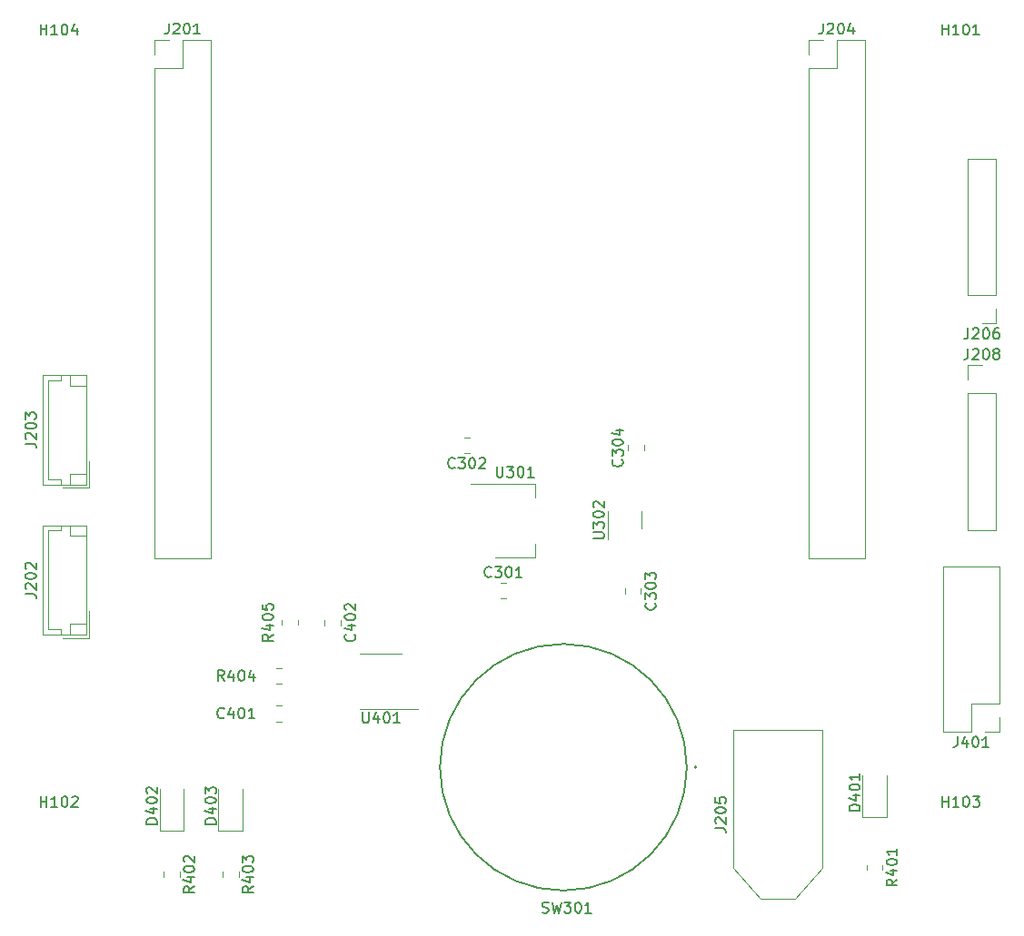
<source format=gbr>
%TF.GenerationSoftware,KiCad,Pcbnew,(6.0.10)*%
%TF.CreationDate,2023-04-26T13:06:59+03:00*%
%TF.ProjectId,KiCAD design,4b694341-4420-4646-9573-69676e2e6b69,rev?*%
%TF.SameCoordinates,Original*%
%TF.FileFunction,Legend,Top*%
%TF.FilePolarity,Positive*%
%FSLAX46Y46*%
G04 Gerber Fmt 4.6, Leading zero omitted, Abs format (unit mm)*
G04 Created by KiCad (PCBNEW (6.0.10)) date 2023-04-26 13:06:59*
%MOMM*%
%LPD*%
G01*
G04 APERTURE LIST*
%ADD10C,0.150000*%
%ADD11C,0.120000*%
%ADD12C,0.200000*%
%ADD13C,0.127000*%
G04 APERTURE END LIST*
D10*
%TO.C,J204*%
X179184285Y-54622380D02*
X179184285Y-55336666D01*
X179136666Y-55479523D01*
X179041428Y-55574761D01*
X178898571Y-55622380D01*
X178803333Y-55622380D01*
X179612857Y-54717619D02*
X179660476Y-54670000D01*
X179755714Y-54622380D01*
X179993809Y-54622380D01*
X180089047Y-54670000D01*
X180136666Y-54717619D01*
X180184285Y-54812857D01*
X180184285Y-54908095D01*
X180136666Y-55050952D01*
X179565238Y-55622380D01*
X180184285Y-55622380D01*
X180803333Y-54622380D02*
X180898571Y-54622380D01*
X180993809Y-54670000D01*
X181041428Y-54717619D01*
X181089047Y-54812857D01*
X181136666Y-55003333D01*
X181136666Y-55241428D01*
X181089047Y-55431904D01*
X181041428Y-55527142D01*
X180993809Y-55574761D01*
X180898571Y-55622380D01*
X180803333Y-55622380D01*
X180708095Y-55574761D01*
X180660476Y-55527142D01*
X180612857Y-55431904D01*
X180565238Y-55241428D01*
X180565238Y-55003333D01*
X180612857Y-54812857D01*
X180660476Y-54717619D01*
X180708095Y-54670000D01*
X180803333Y-54622380D01*
X181993809Y-54955714D02*
X181993809Y-55622380D01*
X181755714Y-54574761D02*
X181517619Y-55289047D01*
X182136666Y-55289047D01*
%TO.C,C402*%
X135537142Y-111619047D02*
X135584761Y-111666666D01*
X135632380Y-111809523D01*
X135632380Y-111904761D01*
X135584761Y-112047619D01*
X135489523Y-112142857D01*
X135394285Y-112190476D01*
X135203809Y-112238095D01*
X135060952Y-112238095D01*
X134870476Y-112190476D01*
X134775238Y-112142857D01*
X134680000Y-112047619D01*
X134632380Y-111904761D01*
X134632380Y-111809523D01*
X134680000Y-111666666D01*
X134727619Y-111619047D01*
X134965714Y-110761904D02*
X135632380Y-110761904D01*
X134584761Y-111000000D02*
X135299047Y-111238095D01*
X135299047Y-110619047D01*
X134632380Y-110047619D02*
X134632380Y-109952380D01*
X134680000Y-109857142D01*
X134727619Y-109809523D01*
X134822857Y-109761904D01*
X135013333Y-109714285D01*
X135251428Y-109714285D01*
X135441904Y-109761904D01*
X135537142Y-109809523D01*
X135584761Y-109857142D01*
X135632380Y-109952380D01*
X135632380Y-110047619D01*
X135584761Y-110142857D01*
X135537142Y-110190476D01*
X135441904Y-110238095D01*
X135251428Y-110285714D01*
X135013333Y-110285714D01*
X134822857Y-110238095D01*
X134727619Y-110190476D01*
X134680000Y-110142857D01*
X134632380Y-110047619D01*
X134727619Y-109333333D02*
X134680000Y-109285714D01*
X134632380Y-109190476D01*
X134632380Y-108952380D01*
X134680000Y-108857142D01*
X134727619Y-108809523D01*
X134822857Y-108761904D01*
X134918095Y-108761904D01*
X135060952Y-108809523D01*
X135632380Y-109380952D01*
X135632380Y-108761904D01*
%TO.C,J401*%
X191719285Y-121132380D02*
X191719285Y-121846666D01*
X191671666Y-121989523D01*
X191576428Y-122084761D01*
X191433571Y-122132380D01*
X191338333Y-122132380D01*
X192624047Y-121465714D02*
X192624047Y-122132380D01*
X192385952Y-121084761D02*
X192147857Y-121799047D01*
X192766904Y-121799047D01*
X193338333Y-121132380D02*
X193433571Y-121132380D01*
X193528809Y-121180000D01*
X193576428Y-121227619D01*
X193624047Y-121322857D01*
X193671666Y-121513333D01*
X193671666Y-121751428D01*
X193624047Y-121941904D01*
X193576428Y-122037142D01*
X193528809Y-122084761D01*
X193433571Y-122132380D01*
X193338333Y-122132380D01*
X193243095Y-122084761D01*
X193195476Y-122037142D01*
X193147857Y-121941904D01*
X193100238Y-121751428D01*
X193100238Y-121513333D01*
X193147857Y-121322857D01*
X193195476Y-121227619D01*
X193243095Y-121180000D01*
X193338333Y-121132380D01*
X194624047Y-122132380D02*
X194052619Y-122132380D01*
X194338333Y-122132380D02*
X194338333Y-121132380D01*
X194243095Y-121275238D01*
X194147857Y-121370476D01*
X194052619Y-121418095D01*
%TO.C,R402*%
X120602380Y-135119047D02*
X120126190Y-135452380D01*
X120602380Y-135690476D02*
X119602380Y-135690476D01*
X119602380Y-135309523D01*
X119650000Y-135214285D01*
X119697619Y-135166666D01*
X119792857Y-135119047D01*
X119935714Y-135119047D01*
X120030952Y-135166666D01*
X120078571Y-135214285D01*
X120126190Y-135309523D01*
X120126190Y-135690476D01*
X119935714Y-134261904D02*
X120602380Y-134261904D01*
X119554761Y-134500000D02*
X120269047Y-134738095D01*
X120269047Y-134119047D01*
X119602380Y-133547619D02*
X119602380Y-133452380D01*
X119650000Y-133357142D01*
X119697619Y-133309523D01*
X119792857Y-133261904D01*
X119983333Y-133214285D01*
X120221428Y-133214285D01*
X120411904Y-133261904D01*
X120507142Y-133309523D01*
X120554761Y-133357142D01*
X120602380Y-133452380D01*
X120602380Y-133547619D01*
X120554761Y-133642857D01*
X120507142Y-133690476D01*
X120411904Y-133738095D01*
X120221428Y-133785714D01*
X119983333Y-133785714D01*
X119792857Y-133738095D01*
X119697619Y-133690476D01*
X119650000Y-133642857D01*
X119602380Y-133547619D01*
X119697619Y-132833333D02*
X119650000Y-132785714D01*
X119602380Y-132690476D01*
X119602380Y-132452380D01*
X119650000Y-132357142D01*
X119697619Y-132309523D01*
X119792857Y-132261904D01*
X119888095Y-132261904D01*
X120030952Y-132309523D01*
X120602380Y-132880952D01*
X120602380Y-132261904D01*
%TO.C,U401*%
X136285714Y-118852380D02*
X136285714Y-119661904D01*
X136333333Y-119757142D01*
X136380952Y-119804761D01*
X136476190Y-119852380D01*
X136666666Y-119852380D01*
X136761904Y-119804761D01*
X136809523Y-119757142D01*
X136857142Y-119661904D01*
X136857142Y-118852380D01*
X137761904Y-119185714D02*
X137761904Y-119852380D01*
X137523809Y-118804761D02*
X137285714Y-119519047D01*
X137904761Y-119519047D01*
X138476190Y-118852380D02*
X138571428Y-118852380D01*
X138666666Y-118900000D01*
X138714285Y-118947619D01*
X138761904Y-119042857D01*
X138809523Y-119233333D01*
X138809523Y-119471428D01*
X138761904Y-119661904D01*
X138714285Y-119757142D01*
X138666666Y-119804761D01*
X138571428Y-119852380D01*
X138476190Y-119852380D01*
X138380952Y-119804761D01*
X138333333Y-119757142D01*
X138285714Y-119661904D01*
X138238095Y-119471428D01*
X138238095Y-119233333D01*
X138285714Y-119042857D01*
X138333333Y-118947619D01*
X138380952Y-118900000D01*
X138476190Y-118852380D01*
X139761904Y-119852380D02*
X139190476Y-119852380D01*
X139476190Y-119852380D02*
X139476190Y-118852380D01*
X139380952Y-118995238D01*
X139285714Y-119090476D01*
X139190476Y-119138095D01*
%TO.C,C401*%
X123380952Y-119357142D02*
X123333333Y-119404761D01*
X123190476Y-119452380D01*
X123095238Y-119452380D01*
X122952380Y-119404761D01*
X122857142Y-119309523D01*
X122809523Y-119214285D01*
X122761904Y-119023809D01*
X122761904Y-118880952D01*
X122809523Y-118690476D01*
X122857142Y-118595238D01*
X122952380Y-118500000D01*
X123095238Y-118452380D01*
X123190476Y-118452380D01*
X123333333Y-118500000D01*
X123380952Y-118547619D01*
X124238095Y-118785714D02*
X124238095Y-119452380D01*
X124000000Y-118404761D02*
X123761904Y-119119047D01*
X124380952Y-119119047D01*
X124952380Y-118452380D02*
X125047619Y-118452380D01*
X125142857Y-118500000D01*
X125190476Y-118547619D01*
X125238095Y-118642857D01*
X125285714Y-118833333D01*
X125285714Y-119071428D01*
X125238095Y-119261904D01*
X125190476Y-119357142D01*
X125142857Y-119404761D01*
X125047619Y-119452380D01*
X124952380Y-119452380D01*
X124857142Y-119404761D01*
X124809523Y-119357142D01*
X124761904Y-119261904D01*
X124714285Y-119071428D01*
X124714285Y-118833333D01*
X124761904Y-118642857D01*
X124809523Y-118547619D01*
X124857142Y-118500000D01*
X124952380Y-118452380D01*
X126238095Y-119452380D02*
X125666666Y-119452380D01*
X125952380Y-119452380D02*
X125952380Y-118452380D01*
X125857142Y-118595238D01*
X125761904Y-118690476D01*
X125666666Y-118738095D01*
%TO.C,J203*%
X104852380Y-93830715D02*
X105566666Y-93830715D01*
X105709523Y-93878334D01*
X105804761Y-93973572D01*
X105852380Y-94116429D01*
X105852380Y-94211667D01*
X104947619Y-93402143D02*
X104900000Y-93354524D01*
X104852380Y-93259286D01*
X104852380Y-93021191D01*
X104900000Y-92925953D01*
X104947619Y-92878334D01*
X105042857Y-92830715D01*
X105138095Y-92830715D01*
X105280952Y-92878334D01*
X105852380Y-93449762D01*
X105852380Y-92830715D01*
X104852380Y-92211667D02*
X104852380Y-92116429D01*
X104900000Y-92021191D01*
X104947619Y-91973572D01*
X105042857Y-91925953D01*
X105233333Y-91878334D01*
X105471428Y-91878334D01*
X105661904Y-91925953D01*
X105757142Y-91973572D01*
X105804761Y-92021191D01*
X105852380Y-92116429D01*
X105852380Y-92211667D01*
X105804761Y-92306905D01*
X105757142Y-92354524D01*
X105661904Y-92402143D01*
X105471428Y-92449762D01*
X105233333Y-92449762D01*
X105042857Y-92402143D01*
X104947619Y-92354524D01*
X104900000Y-92306905D01*
X104852380Y-92211667D01*
X104852380Y-91545001D02*
X104852380Y-90925953D01*
X105233333Y-91259286D01*
X105233333Y-91116429D01*
X105280952Y-91021191D01*
X105328571Y-90973572D01*
X105423809Y-90925953D01*
X105661904Y-90925953D01*
X105757142Y-90973572D01*
X105804761Y-91021191D01*
X105852380Y-91116429D01*
X105852380Y-91402143D01*
X105804761Y-91497381D01*
X105757142Y-91545001D01*
%TO.C,J206*%
X192714285Y-83052380D02*
X192714285Y-83766666D01*
X192666666Y-83909523D01*
X192571428Y-84004761D01*
X192428571Y-84052380D01*
X192333333Y-84052380D01*
X193142857Y-83147619D02*
X193190476Y-83100000D01*
X193285714Y-83052380D01*
X193523809Y-83052380D01*
X193619047Y-83100000D01*
X193666666Y-83147619D01*
X193714285Y-83242857D01*
X193714285Y-83338095D01*
X193666666Y-83480952D01*
X193095238Y-84052380D01*
X193714285Y-84052380D01*
X194333333Y-83052380D02*
X194428571Y-83052380D01*
X194523809Y-83100000D01*
X194571428Y-83147619D01*
X194619047Y-83242857D01*
X194666666Y-83433333D01*
X194666666Y-83671428D01*
X194619047Y-83861904D01*
X194571428Y-83957142D01*
X194523809Y-84004761D01*
X194428571Y-84052380D01*
X194333333Y-84052380D01*
X194238095Y-84004761D01*
X194190476Y-83957142D01*
X194142857Y-83861904D01*
X194095238Y-83671428D01*
X194095238Y-83433333D01*
X194142857Y-83242857D01*
X194190476Y-83147619D01*
X194238095Y-83100000D01*
X194333333Y-83052380D01*
X195523809Y-83052380D02*
X195333333Y-83052380D01*
X195238095Y-83100000D01*
X195190476Y-83147619D01*
X195095238Y-83290476D01*
X195047619Y-83480952D01*
X195047619Y-83861904D01*
X195095238Y-83957142D01*
X195142857Y-84004761D01*
X195238095Y-84052380D01*
X195428571Y-84052380D01*
X195523809Y-84004761D01*
X195571428Y-83957142D01*
X195619047Y-83861904D01*
X195619047Y-83623809D01*
X195571428Y-83528571D01*
X195523809Y-83480952D01*
X195428571Y-83433333D01*
X195238095Y-83433333D01*
X195142857Y-83480952D01*
X195095238Y-83528571D01*
X195047619Y-83623809D01*
%TO.C,C302*%
X144880952Y-96037142D02*
X144833333Y-96084761D01*
X144690476Y-96132380D01*
X144595238Y-96132380D01*
X144452380Y-96084761D01*
X144357142Y-95989523D01*
X144309523Y-95894285D01*
X144261904Y-95703809D01*
X144261904Y-95560952D01*
X144309523Y-95370476D01*
X144357142Y-95275238D01*
X144452380Y-95180000D01*
X144595238Y-95132380D01*
X144690476Y-95132380D01*
X144833333Y-95180000D01*
X144880952Y-95227619D01*
X145214285Y-95132380D02*
X145833333Y-95132380D01*
X145500000Y-95513333D01*
X145642857Y-95513333D01*
X145738095Y-95560952D01*
X145785714Y-95608571D01*
X145833333Y-95703809D01*
X145833333Y-95941904D01*
X145785714Y-96037142D01*
X145738095Y-96084761D01*
X145642857Y-96132380D01*
X145357142Y-96132380D01*
X145261904Y-96084761D01*
X145214285Y-96037142D01*
X146452380Y-95132380D02*
X146547619Y-95132380D01*
X146642857Y-95180000D01*
X146690476Y-95227619D01*
X146738095Y-95322857D01*
X146785714Y-95513333D01*
X146785714Y-95751428D01*
X146738095Y-95941904D01*
X146690476Y-96037142D01*
X146642857Y-96084761D01*
X146547619Y-96132380D01*
X146452380Y-96132380D01*
X146357142Y-96084761D01*
X146309523Y-96037142D01*
X146261904Y-95941904D01*
X146214285Y-95751428D01*
X146214285Y-95513333D01*
X146261904Y-95322857D01*
X146309523Y-95227619D01*
X146357142Y-95180000D01*
X146452380Y-95132380D01*
X147166666Y-95227619D02*
X147214285Y-95180000D01*
X147309523Y-95132380D01*
X147547619Y-95132380D01*
X147642857Y-95180000D01*
X147690476Y-95227619D01*
X147738095Y-95322857D01*
X147738095Y-95418095D01*
X147690476Y-95560952D01*
X147119047Y-96132380D01*
X147738095Y-96132380D01*
%TO.C,C301*%
X148280952Y-106202142D02*
X148233333Y-106249761D01*
X148090476Y-106297380D01*
X147995238Y-106297380D01*
X147852380Y-106249761D01*
X147757142Y-106154523D01*
X147709523Y-106059285D01*
X147661904Y-105868809D01*
X147661904Y-105725952D01*
X147709523Y-105535476D01*
X147757142Y-105440238D01*
X147852380Y-105345000D01*
X147995238Y-105297380D01*
X148090476Y-105297380D01*
X148233333Y-105345000D01*
X148280952Y-105392619D01*
X148614285Y-105297380D02*
X149233333Y-105297380D01*
X148900000Y-105678333D01*
X149042857Y-105678333D01*
X149138095Y-105725952D01*
X149185714Y-105773571D01*
X149233333Y-105868809D01*
X149233333Y-106106904D01*
X149185714Y-106202142D01*
X149138095Y-106249761D01*
X149042857Y-106297380D01*
X148757142Y-106297380D01*
X148661904Y-106249761D01*
X148614285Y-106202142D01*
X149852380Y-105297380D02*
X149947619Y-105297380D01*
X150042857Y-105345000D01*
X150090476Y-105392619D01*
X150138095Y-105487857D01*
X150185714Y-105678333D01*
X150185714Y-105916428D01*
X150138095Y-106106904D01*
X150090476Y-106202142D01*
X150042857Y-106249761D01*
X149947619Y-106297380D01*
X149852380Y-106297380D01*
X149757142Y-106249761D01*
X149709523Y-106202142D01*
X149661904Y-106106904D01*
X149614285Y-105916428D01*
X149614285Y-105678333D01*
X149661904Y-105487857D01*
X149709523Y-105392619D01*
X149757142Y-105345000D01*
X149852380Y-105297380D01*
X151138095Y-106297380D02*
X150566666Y-106297380D01*
X150852380Y-106297380D02*
X150852380Y-105297380D01*
X150757142Y-105440238D01*
X150661904Y-105535476D01*
X150566666Y-105583095D01*
%TO.C,R403*%
X126102380Y-135119047D02*
X125626190Y-135452380D01*
X126102380Y-135690476D02*
X125102380Y-135690476D01*
X125102380Y-135309523D01*
X125150000Y-135214285D01*
X125197619Y-135166666D01*
X125292857Y-135119047D01*
X125435714Y-135119047D01*
X125530952Y-135166666D01*
X125578571Y-135214285D01*
X125626190Y-135309523D01*
X125626190Y-135690476D01*
X125435714Y-134261904D02*
X126102380Y-134261904D01*
X125054761Y-134500000D02*
X125769047Y-134738095D01*
X125769047Y-134119047D01*
X125102380Y-133547619D02*
X125102380Y-133452380D01*
X125150000Y-133357142D01*
X125197619Y-133309523D01*
X125292857Y-133261904D01*
X125483333Y-133214285D01*
X125721428Y-133214285D01*
X125911904Y-133261904D01*
X126007142Y-133309523D01*
X126054761Y-133357142D01*
X126102380Y-133452380D01*
X126102380Y-133547619D01*
X126054761Y-133642857D01*
X126007142Y-133690476D01*
X125911904Y-133738095D01*
X125721428Y-133785714D01*
X125483333Y-133785714D01*
X125292857Y-133738095D01*
X125197619Y-133690476D01*
X125150000Y-133642857D01*
X125102380Y-133547619D01*
X125102380Y-132880952D02*
X125102380Y-132261904D01*
X125483333Y-132595238D01*
X125483333Y-132452380D01*
X125530952Y-132357142D01*
X125578571Y-132309523D01*
X125673809Y-132261904D01*
X125911904Y-132261904D01*
X126007142Y-132309523D01*
X126054761Y-132357142D01*
X126102380Y-132452380D01*
X126102380Y-132738095D01*
X126054761Y-132833333D01*
X126007142Y-132880952D01*
%TO.C,U301*%
X148785714Y-95952380D02*
X148785714Y-96761904D01*
X148833333Y-96857142D01*
X148880952Y-96904761D01*
X148976190Y-96952380D01*
X149166666Y-96952380D01*
X149261904Y-96904761D01*
X149309523Y-96857142D01*
X149357142Y-96761904D01*
X149357142Y-95952380D01*
X149738095Y-95952380D02*
X150357142Y-95952380D01*
X150023809Y-96333333D01*
X150166666Y-96333333D01*
X150261904Y-96380952D01*
X150309523Y-96428571D01*
X150357142Y-96523809D01*
X150357142Y-96761904D01*
X150309523Y-96857142D01*
X150261904Y-96904761D01*
X150166666Y-96952380D01*
X149880952Y-96952380D01*
X149785714Y-96904761D01*
X149738095Y-96857142D01*
X150976190Y-95952380D02*
X151071428Y-95952380D01*
X151166666Y-96000000D01*
X151214285Y-96047619D01*
X151261904Y-96142857D01*
X151309523Y-96333333D01*
X151309523Y-96571428D01*
X151261904Y-96761904D01*
X151214285Y-96857142D01*
X151166666Y-96904761D01*
X151071428Y-96952380D01*
X150976190Y-96952380D01*
X150880952Y-96904761D01*
X150833333Y-96857142D01*
X150785714Y-96761904D01*
X150738095Y-96571428D01*
X150738095Y-96333333D01*
X150785714Y-96142857D01*
X150833333Y-96047619D01*
X150880952Y-96000000D01*
X150976190Y-95952380D01*
X152261904Y-96952380D02*
X151690476Y-96952380D01*
X151976190Y-96952380D02*
X151976190Y-95952380D01*
X151880952Y-96095238D01*
X151785714Y-96190476D01*
X151690476Y-96238095D01*
%TO.C,C303*%
X163537142Y-108694047D02*
X163584761Y-108741666D01*
X163632380Y-108884523D01*
X163632380Y-108979761D01*
X163584761Y-109122619D01*
X163489523Y-109217857D01*
X163394285Y-109265476D01*
X163203809Y-109313095D01*
X163060952Y-109313095D01*
X162870476Y-109265476D01*
X162775238Y-109217857D01*
X162680000Y-109122619D01*
X162632380Y-108979761D01*
X162632380Y-108884523D01*
X162680000Y-108741666D01*
X162727619Y-108694047D01*
X162632380Y-108360714D02*
X162632380Y-107741666D01*
X163013333Y-108075000D01*
X163013333Y-107932142D01*
X163060952Y-107836904D01*
X163108571Y-107789285D01*
X163203809Y-107741666D01*
X163441904Y-107741666D01*
X163537142Y-107789285D01*
X163584761Y-107836904D01*
X163632380Y-107932142D01*
X163632380Y-108217857D01*
X163584761Y-108313095D01*
X163537142Y-108360714D01*
X162632380Y-107122619D02*
X162632380Y-107027380D01*
X162680000Y-106932142D01*
X162727619Y-106884523D01*
X162822857Y-106836904D01*
X163013333Y-106789285D01*
X163251428Y-106789285D01*
X163441904Y-106836904D01*
X163537142Y-106884523D01*
X163584761Y-106932142D01*
X163632380Y-107027380D01*
X163632380Y-107122619D01*
X163584761Y-107217857D01*
X163537142Y-107265476D01*
X163441904Y-107313095D01*
X163251428Y-107360714D01*
X163013333Y-107360714D01*
X162822857Y-107313095D01*
X162727619Y-107265476D01*
X162680000Y-107217857D01*
X162632380Y-107122619D01*
X162632380Y-106455952D02*
X162632380Y-105836904D01*
X163013333Y-106170238D01*
X163013333Y-106027380D01*
X163060952Y-105932142D01*
X163108571Y-105884523D01*
X163203809Y-105836904D01*
X163441904Y-105836904D01*
X163537142Y-105884523D01*
X163584761Y-105932142D01*
X163632380Y-106027380D01*
X163632380Y-106313095D01*
X163584761Y-106408333D01*
X163537142Y-106455952D01*
%TO.C,J208*%
X192714285Y-84962380D02*
X192714285Y-85676666D01*
X192666666Y-85819523D01*
X192571428Y-85914761D01*
X192428571Y-85962380D01*
X192333333Y-85962380D01*
X193142857Y-85057619D02*
X193190476Y-85010000D01*
X193285714Y-84962380D01*
X193523809Y-84962380D01*
X193619047Y-85010000D01*
X193666666Y-85057619D01*
X193714285Y-85152857D01*
X193714285Y-85248095D01*
X193666666Y-85390952D01*
X193095238Y-85962380D01*
X193714285Y-85962380D01*
X194333333Y-84962380D02*
X194428571Y-84962380D01*
X194523809Y-85010000D01*
X194571428Y-85057619D01*
X194619047Y-85152857D01*
X194666666Y-85343333D01*
X194666666Y-85581428D01*
X194619047Y-85771904D01*
X194571428Y-85867142D01*
X194523809Y-85914761D01*
X194428571Y-85962380D01*
X194333333Y-85962380D01*
X194238095Y-85914761D01*
X194190476Y-85867142D01*
X194142857Y-85771904D01*
X194095238Y-85581428D01*
X194095238Y-85343333D01*
X194142857Y-85152857D01*
X194190476Y-85057619D01*
X194238095Y-85010000D01*
X194333333Y-84962380D01*
X195238095Y-85390952D02*
X195142857Y-85343333D01*
X195095238Y-85295714D01*
X195047619Y-85200476D01*
X195047619Y-85152857D01*
X195095238Y-85057619D01*
X195142857Y-85010000D01*
X195238095Y-84962380D01*
X195428571Y-84962380D01*
X195523809Y-85010000D01*
X195571428Y-85057619D01*
X195619047Y-85152857D01*
X195619047Y-85200476D01*
X195571428Y-85295714D01*
X195523809Y-85343333D01*
X195428571Y-85390952D01*
X195238095Y-85390952D01*
X195142857Y-85438571D01*
X195095238Y-85486190D01*
X195047619Y-85581428D01*
X195047619Y-85771904D01*
X195095238Y-85867142D01*
X195142857Y-85914761D01*
X195238095Y-85962380D01*
X195428571Y-85962380D01*
X195523809Y-85914761D01*
X195571428Y-85867142D01*
X195619047Y-85771904D01*
X195619047Y-85581428D01*
X195571428Y-85486190D01*
X195523809Y-85438571D01*
X195428571Y-85390952D01*
%TO.C,D402*%
X117132380Y-129290476D02*
X116132380Y-129290476D01*
X116132380Y-129052380D01*
X116180000Y-128909523D01*
X116275238Y-128814285D01*
X116370476Y-128766666D01*
X116560952Y-128719047D01*
X116703809Y-128719047D01*
X116894285Y-128766666D01*
X116989523Y-128814285D01*
X117084761Y-128909523D01*
X117132380Y-129052380D01*
X117132380Y-129290476D01*
X116465714Y-127861904D02*
X117132380Y-127861904D01*
X116084761Y-128100000D02*
X116799047Y-128338095D01*
X116799047Y-127719047D01*
X116132380Y-127147619D02*
X116132380Y-127052380D01*
X116180000Y-126957142D01*
X116227619Y-126909523D01*
X116322857Y-126861904D01*
X116513333Y-126814285D01*
X116751428Y-126814285D01*
X116941904Y-126861904D01*
X117037142Y-126909523D01*
X117084761Y-126957142D01*
X117132380Y-127052380D01*
X117132380Y-127147619D01*
X117084761Y-127242857D01*
X117037142Y-127290476D01*
X116941904Y-127338095D01*
X116751428Y-127385714D01*
X116513333Y-127385714D01*
X116322857Y-127338095D01*
X116227619Y-127290476D01*
X116180000Y-127242857D01*
X116132380Y-127147619D01*
X116227619Y-126433333D02*
X116180000Y-126385714D01*
X116132380Y-126290476D01*
X116132380Y-126052380D01*
X116180000Y-125957142D01*
X116227619Y-125909523D01*
X116322857Y-125861904D01*
X116418095Y-125861904D01*
X116560952Y-125909523D01*
X117132380Y-126480952D01*
X117132380Y-125861904D01*
%TO.C,H104*%
X106285714Y-55702380D02*
X106285714Y-54702380D01*
X106285714Y-55178571D02*
X106857142Y-55178571D01*
X106857142Y-55702380D02*
X106857142Y-54702380D01*
X107857142Y-55702380D02*
X107285714Y-55702380D01*
X107571428Y-55702380D02*
X107571428Y-54702380D01*
X107476190Y-54845238D01*
X107380952Y-54940476D01*
X107285714Y-54988095D01*
X108476190Y-54702380D02*
X108571428Y-54702380D01*
X108666666Y-54750000D01*
X108714285Y-54797619D01*
X108761904Y-54892857D01*
X108809523Y-55083333D01*
X108809523Y-55321428D01*
X108761904Y-55511904D01*
X108714285Y-55607142D01*
X108666666Y-55654761D01*
X108571428Y-55702380D01*
X108476190Y-55702380D01*
X108380952Y-55654761D01*
X108333333Y-55607142D01*
X108285714Y-55511904D01*
X108238095Y-55321428D01*
X108238095Y-55083333D01*
X108285714Y-54892857D01*
X108333333Y-54797619D01*
X108380952Y-54750000D01*
X108476190Y-54702380D01*
X109666666Y-55035714D02*
X109666666Y-55702380D01*
X109428571Y-54654761D02*
X109190476Y-55369047D01*
X109809523Y-55369047D01*
%TO.C,J201*%
X118234285Y-54622380D02*
X118234285Y-55336666D01*
X118186666Y-55479523D01*
X118091428Y-55574761D01*
X117948571Y-55622380D01*
X117853333Y-55622380D01*
X118662857Y-54717619D02*
X118710476Y-54670000D01*
X118805714Y-54622380D01*
X119043809Y-54622380D01*
X119139047Y-54670000D01*
X119186666Y-54717619D01*
X119234285Y-54812857D01*
X119234285Y-54908095D01*
X119186666Y-55050952D01*
X118615238Y-55622380D01*
X119234285Y-55622380D01*
X119853333Y-54622380D02*
X119948571Y-54622380D01*
X120043809Y-54670000D01*
X120091428Y-54717619D01*
X120139047Y-54812857D01*
X120186666Y-55003333D01*
X120186666Y-55241428D01*
X120139047Y-55431904D01*
X120091428Y-55527142D01*
X120043809Y-55574761D01*
X119948571Y-55622380D01*
X119853333Y-55622380D01*
X119758095Y-55574761D01*
X119710476Y-55527142D01*
X119662857Y-55431904D01*
X119615238Y-55241428D01*
X119615238Y-55003333D01*
X119662857Y-54812857D01*
X119710476Y-54717619D01*
X119758095Y-54670000D01*
X119853333Y-54622380D01*
X121139047Y-55622380D02*
X120567619Y-55622380D01*
X120853333Y-55622380D02*
X120853333Y-54622380D01*
X120758095Y-54765238D01*
X120662857Y-54860476D01*
X120567619Y-54908095D01*
%TO.C,H102*%
X106285714Y-127702380D02*
X106285714Y-126702380D01*
X106285714Y-127178571D02*
X106857142Y-127178571D01*
X106857142Y-127702380D02*
X106857142Y-126702380D01*
X107857142Y-127702380D02*
X107285714Y-127702380D01*
X107571428Y-127702380D02*
X107571428Y-126702380D01*
X107476190Y-126845238D01*
X107380952Y-126940476D01*
X107285714Y-126988095D01*
X108476190Y-126702380D02*
X108571428Y-126702380D01*
X108666666Y-126750000D01*
X108714285Y-126797619D01*
X108761904Y-126892857D01*
X108809523Y-127083333D01*
X108809523Y-127321428D01*
X108761904Y-127511904D01*
X108714285Y-127607142D01*
X108666666Y-127654761D01*
X108571428Y-127702380D01*
X108476190Y-127702380D01*
X108380952Y-127654761D01*
X108333333Y-127607142D01*
X108285714Y-127511904D01*
X108238095Y-127321428D01*
X108238095Y-127083333D01*
X108285714Y-126892857D01*
X108333333Y-126797619D01*
X108380952Y-126750000D01*
X108476190Y-126702380D01*
X109190476Y-126797619D02*
X109238095Y-126750000D01*
X109333333Y-126702380D01*
X109571428Y-126702380D01*
X109666666Y-126750000D01*
X109714285Y-126797619D01*
X109761904Y-126892857D01*
X109761904Y-126988095D01*
X109714285Y-127130952D01*
X109142857Y-127702380D01*
X109761904Y-127702380D01*
%TO.C,R401*%
X186102380Y-134469047D02*
X185626190Y-134802380D01*
X186102380Y-135040476D02*
X185102380Y-135040476D01*
X185102380Y-134659523D01*
X185150000Y-134564285D01*
X185197619Y-134516666D01*
X185292857Y-134469047D01*
X185435714Y-134469047D01*
X185530952Y-134516666D01*
X185578571Y-134564285D01*
X185626190Y-134659523D01*
X185626190Y-135040476D01*
X185435714Y-133611904D02*
X186102380Y-133611904D01*
X185054761Y-133850000D02*
X185769047Y-134088095D01*
X185769047Y-133469047D01*
X185102380Y-132897619D02*
X185102380Y-132802380D01*
X185150000Y-132707142D01*
X185197619Y-132659523D01*
X185292857Y-132611904D01*
X185483333Y-132564285D01*
X185721428Y-132564285D01*
X185911904Y-132611904D01*
X186007142Y-132659523D01*
X186054761Y-132707142D01*
X186102380Y-132802380D01*
X186102380Y-132897619D01*
X186054761Y-132992857D01*
X186007142Y-133040476D01*
X185911904Y-133088095D01*
X185721428Y-133135714D01*
X185483333Y-133135714D01*
X185292857Y-133088095D01*
X185197619Y-133040476D01*
X185150000Y-132992857D01*
X185102380Y-132897619D01*
X186102380Y-131611904D02*
X186102380Y-132183333D01*
X186102380Y-131897619D02*
X185102380Y-131897619D01*
X185245238Y-131992857D01*
X185340476Y-132088095D01*
X185388095Y-132183333D01*
%TO.C,R405*%
X127952380Y-111619047D02*
X127476190Y-111952380D01*
X127952380Y-112190476D02*
X126952380Y-112190476D01*
X126952380Y-111809523D01*
X127000000Y-111714285D01*
X127047619Y-111666666D01*
X127142857Y-111619047D01*
X127285714Y-111619047D01*
X127380952Y-111666666D01*
X127428571Y-111714285D01*
X127476190Y-111809523D01*
X127476190Y-112190476D01*
X127285714Y-110761904D02*
X127952380Y-110761904D01*
X126904761Y-111000000D02*
X127619047Y-111238095D01*
X127619047Y-110619047D01*
X126952380Y-110047619D02*
X126952380Y-109952380D01*
X127000000Y-109857142D01*
X127047619Y-109809523D01*
X127142857Y-109761904D01*
X127333333Y-109714285D01*
X127571428Y-109714285D01*
X127761904Y-109761904D01*
X127857142Y-109809523D01*
X127904761Y-109857142D01*
X127952380Y-109952380D01*
X127952380Y-110047619D01*
X127904761Y-110142857D01*
X127857142Y-110190476D01*
X127761904Y-110238095D01*
X127571428Y-110285714D01*
X127333333Y-110285714D01*
X127142857Y-110238095D01*
X127047619Y-110190476D01*
X127000000Y-110142857D01*
X126952380Y-110047619D01*
X126952380Y-108809523D02*
X126952380Y-109285714D01*
X127428571Y-109333333D01*
X127380952Y-109285714D01*
X127333333Y-109190476D01*
X127333333Y-108952380D01*
X127380952Y-108857142D01*
X127428571Y-108809523D01*
X127523809Y-108761904D01*
X127761904Y-108761904D01*
X127857142Y-108809523D01*
X127904761Y-108857142D01*
X127952380Y-108952380D01*
X127952380Y-109190476D01*
X127904761Y-109285714D01*
X127857142Y-109333333D01*
%TO.C,H103*%
X190285714Y-127702380D02*
X190285714Y-126702380D01*
X190285714Y-127178571D02*
X190857142Y-127178571D01*
X190857142Y-127702380D02*
X190857142Y-126702380D01*
X191857142Y-127702380D02*
X191285714Y-127702380D01*
X191571428Y-127702380D02*
X191571428Y-126702380D01*
X191476190Y-126845238D01*
X191380952Y-126940476D01*
X191285714Y-126988095D01*
X192476190Y-126702380D02*
X192571428Y-126702380D01*
X192666666Y-126750000D01*
X192714285Y-126797619D01*
X192761904Y-126892857D01*
X192809523Y-127083333D01*
X192809523Y-127321428D01*
X192761904Y-127511904D01*
X192714285Y-127607142D01*
X192666666Y-127654761D01*
X192571428Y-127702380D01*
X192476190Y-127702380D01*
X192380952Y-127654761D01*
X192333333Y-127607142D01*
X192285714Y-127511904D01*
X192238095Y-127321428D01*
X192238095Y-127083333D01*
X192285714Y-126892857D01*
X192333333Y-126797619D01*
X192380952Y-126750000D01*
X192476190Y-126702380D01*
X193142857Y-126702380D02*
X193761904Y-126702380D01*
X193428571Y-127083333D01*
X193571428Y-127083333D01*
X193666666Y-127130952D01*
X193714285Y-127178571D01*
X193761904Y-127273809D01*
X193761904Y-127511904D01*
X193714285Y-127607142D01*
X193666666Y-127654761D01*
X193571428Y-127702380D01*
X193285714Y-127702380D01*
X193190476Y-127654761D01*
X193142857Y-127607142D01*
%TO.C,D401*%
X182632380Y-128040476D02*
X181632380Y-128040476D01*
X181632380Y-127802380D01*
X181680000Y-127659523D01*
X181775238Y-127564285D01*
X181870476Y-127516666D01*
X182060952Y-127469047D01*
X182203809Y-127469047D01*
X182394285Y-127516666D01*
X182489523Y-127564285D01*
X182584761Y-127659523D01*
X182632380Y-127802380D01*
X182632380Y-128040476D01*
X181965714Y-126611904D02*
X182632380Y-126611904D01*
X181584761Y-126850000D02*
X182299047Y-127088095D01*
X182299047Y-126469047D01*
X181632380Y-125897619D02*
X181632380Y-125802380D01*
X181680000Y-125707142D01*
X181727619Y-125659523D01*
X181822857Y-125611904D01*
X182013333Y-125564285D01*
X182251428Y-125564285D01*
X182441904Y-125611904D01*
X182537142Y-125659523D01*
X182584761Y-125707142D01*
X182632380Y-125802380D01*
X182632380Y-125897619D01*
X182584761Y-125992857D01*
X182537142Y-126040476D01*
X182441904Y-126088095D01*
X182251428Y-126135714D01*
X182013333Y-126135714D01*
X181822857Y-126088095D01*
X181727619Y-126040476D01*
X181680000Y-125992857D01*
X181632380Y-125897619D01*
X182632380Y-124611904D02*
X182632380Y-125183333D01*
X182632380Y-124897619D02*
X181632380Y-124897619D01*
X181775238Y-124992857D01*
X181870476Y-125088095D01*
X181918095Y-125183333D01*
%TO.C,SW301*%
X153039285Y-137539761D02*
X153182142Y-137587380D01*
X153420238Y-137587380D01*
X153515476Y-137539761D01*
X153563095Y-137492142D01*
X153610714Y-137396904D01*
X153610714Y-137301666D01*
X153563095Y-137206428D01*
X153515476Y-137158809D01*
X153420238Y-137111190D01*
X153229761Y-137063571D01*
X153134523Y-137015952D01*
X153086904Y-136968333D01*
X153039285Y-136873095D01*
X153039285Y-136777857D01*
X153086904Y-136682619D01*
X153134523Y-136635000D01*
X153229761Y-136587380D01*
X153467857Y-136587380D01*
X153610714Y-136635000D01*
X153944047Y-136587380D02*
X154182142Y-137587380D01*
X154372619Y-136873095D01*
X154563095Y-137587380D01*
X154801190Y-136587380D01*
X155086904Y-136587380D02*
X155705952Y-136587380D01*
X155372619Y-136968333D01*
X155515476Y-136968333D01*
X155610714Y-137015952D01*
X155658333Y-137063571D01*
X155705952Y-137158809D01*
X155705952Y-137396904D01*
X155658333Y-137492142D01*
X155610714Y-137539761D01*
X155515476Y-137587380D01*
X155229761Y-137587380D01*
X155134523Y-137539761D01*
X155086904Y-137492142D01*
X156325000Y-136587380D02*
X156420238Y-136587380D01*
X156515476Y-136635000D01*
X156563095Y-136682619D01*
X156610714Y-136777857D01*
X156658333Y-136968333D01*
X156658333Y-137206428D01*
X156610714Y-137396904D01*
X156563095Y-137492142D01*
X156515476Y-137539761D01*
X156420238Y-137587380D01*
X156325000Y-137587380D01*
X156229761Y-137539761D01*
X156182142Y-137492142D01*
X156134523Y-137396904D01*
X156086904Y-137206428D01*
X156086904Y-136968333D01*
X156134523Y-136777857D01*
X156182142Y-136682619D01*
X156229761Y-136635000D01*
X156325000Y-136587380D01*
X157610714Y-137587380D02*
X157039285Y-137587380D01*
X157325000Y-137587380D02*
X157325000Y-136587380D01*
X157229761Y-136730238D01*
X157134523Y-136825476D01*
X157039285Y-136873095D01*
%TO.C,D403*%
X122632380Y-129290476D02*
X121632380Y-129290476D01*
X121632380Y-129052380D01*
X121680000Y-128909523D01*
X121775238Y-128814285D01*
X121870476Y-128766666D01*
X122060952Y-128719047D01*
X122203809Y-128719047D01*
X122394285Y-128766666D01*
X122489523Y-128814285D01*
X122584761Y-128909523D01*
X122632380Y-129052380D01*
X122632380Y-129290476D01*
X121965714Y-127861904D02*
X122632380Y-127861904D01*
X121584761Y-128100000D02*
X122299047Y-128338095D01*
X122299047Y-127719047D01*
X121632380Y-127147619D02*
X121632380Y-127052380D01*
X121680000Y-126957142D01*
X121727619Y-126909523D01*
X121822857Y-126861904D01*
X122013333Y-126814285D01*
X122251428Y-126814285D01*
X122441904Y-126861904D01*
X122537142Y-126909523D01*
X122584761Y-126957142D01*
X122632380Y-127052380D01*
X122632380Y-127147619D01*
X122584761Y-127242857D01*
X122537142Y-127290476D01*
X122441904Y-127338095D01*
X122251428Y-127385714D01*
X122013333Y-127385714D01*
X121822857Y-127338095D01*
X121727619Y-127290476D01*
X121680000Y-127242857D01*
X121632380Y-127147619D01*
X121632380Y-126480952D02*
X121632380Y-125861904D01*
X122013333Y-126195238D01*
X122013333Y-126052380D01*
X122060952Y-125957142D01*
X122108571Y-125909523D01*
X122203809Y-125861904D01*
X122441904Y-125861904D01*
X122537142Y-125909523D01*
X122584761Y-125957142D01*
X122632380Y-126052380D01*
X122632380Y-126338095D01*
X122584761Y-126433333D01*
X122537142Y-126480952D01*
%TO.C,C304*%
X160452142Y-95319047D02*
X160499761Y-95366666D01*
X160547380Y-95509523D01*
X160547380Y-95604761D01*
X160499761Y-95747619D01*
X160404523Y-95842857D01*
X160309285Y-95890476D01*
X160118809Y-95938095D01*
X159975952Y-95938095D01*
X159785476Y-95890476D01*
X159690238Y-95842857D01*
X159595000Y-95747619D01*
X159547380Y-95604761D01*
X159547380Y-95509523D01*
X159595000Y-95366666D01*
X159642619Y-95319047D01*
X159547380Y-94985714D02*
X159547380Y-94366666D01*
X159928333Y-94700000D01*
X159928333Y-94557142D01*
X159975952Y-94461904D01*
X160023571Y-94414285D01*
X160118809Y-94366666D01*
X160356904Y-94366666D01*
X160452142Y-94414285D01*
X160499761Y-94461904D01*
X160547380Y-94557142D01*
X160547380Y-94842857D01*
X160499761Y-94938095D01*
X160452142Y-94985714D01*
X159547380Y-93747619D02*
X159547380Y-93652380D01*
X159595000Y-93557142D01*
X159642619Y-93509523D01*
X159737857Y-93461904D01*
X159928333Y-93414285D01*
X160166428Y-93414285D01*
X160356904Y-93461904D01*
X160452142Y-93509523D01*
X160499761Y-93557142D01*
X160547380Y-93652380D01*
X160547380Y-93747619D01*
X160499761Y-93842857D01*
X160452142Y-93890476D01*
X160356904Y-93938095D01*
X160166428Y-93985714D01*
X159928333Y-93985714D01*
X159737857Y-93938095D01*
X159642619Y-93890476D01*
X159595000Y-93842857D01*
X159547380Y-93747619D01*
X159880714Y-92557142D02*
X160547380Y-92557142D01*
X159499761Y-92795238D02*
X160214047Y-93033333D01*
X160214047Y-92414285D01*
%TO.C,J205*%
X169152380Y-129685714D02*
X169866666Y-129685714D01*
X170009523Y-129733333D01*
X170104761Y-129828571D01*
X170152380Y-129971428D01*
X170152380Y-130066666D01*
X169247619Y-129257142D02*
X169200000Y-129209523D01*
X169152380Y-129114285D01*
X169152380Y-128876190D01*
X169200000Y-128780952D01*
X169247619Y-128733333D01*
X169342857Y-128685714D01*
X169438095Y-128685714D01*
X169580952Y-128733333D01*
X170152380Y-129304761D01*
X170152380Y-128685714D01*
X169152380Y-128066666D02*
X169152380Y-127971428D01*
X169200000Y-127876190D01*
X169247619Y-127828571D01*
X169342857Y-127780952D01*
X169533333Y-127733333D01*
X169771428Y-127733333D01*
X169961904Y-127780952D01*
X170057142Y-127828571D01*
X170104761Y-127876190D01*
X170152380Y-127971428D01*
X170152380Y-128066666D01*
X170104761Y-128161904D01*
X170057142Y-128209523D01*
X169961904Y-128257142D01*
X169771428Y-128304761D01*
X169533333Y-128304761D01*
X169342857Y-128257142D01*
X169247619Y-128209523D01*
X169200000Y-128161904D01*
X169152380Y-128066666D01*
X169152380Y-126828571D02*
X169152380Y-127304761D01*
X169628571Y-127352380D01*
X169580952Y-127304761D01*
X169533333Y-127209523D01*
X169533333Y-126971428D01*
X169580952Y-126876190D01*
X169628571Y-126828571D01*
X169723809Y-126780952D01*
X169961904Y-126780952D01*
X170057142Y-126828571D01*
X170104761Y-126876190D01*
X170152380Y-126971428D01*
X170152380Y-127209523D01*
X170104761Y-127304761D01*
X170057142Y-127352380D01*
%TO.C,J202*%
X104852380Y-107830715D02*
X105566666Y-107830715D01*
X105709523Y-107878334D01*
X105804761Y-107973572D01*
X105852380Y-108116429D01*
X105852380Y-108211667D01*
X104947619Y-107402143D02*
X104900000Y-107354524D01*
X104852380Y-107259286D01*
X104852380Y-107021191D01*
X104900000Y-106925953D01*
X104947619Y-106878334D01*
X105042857Y-106830715D01*
X105138095Y-106830715D01*
X105280952Y-106878334D01*
X105852380Y-107449762D01*
X105852380Y-106830715D01*
X104852380Y-106211667D02*
X104852380Y-106116429D01*
X104900000Y-106021191D01*
X104947619Y-105973572D01*
X105042857Y-105925953D01*
X105233333Y-105878334D01*
X105471428Y-105878334D01*
X105661904Y-105925953D01*
X105757142Y-105973572D01*
X105804761Y-106021191D01*
X105852380Y-106116429D01*
X105852380Y-106211667D01*
X105804761Y-106306905D01*
X105757142Y-106354524D01*
X105661904Y-106402143D01*
X105471428Y-106449762D01*
X105233333Y-106449762D01*
X105042857Y-106402143D01*
X104947619Y-106354524D01*
X104900000Y-106306905D01*
X104852380Y-106211667D01*
X104947619Y-105497381D02*
X104900000Y-105449762D01*
X104852380Y-105354524D01*
X104852380Y-105116429D01*
X104900000Y-105021191D01*
X104947619Y-104973572D01*
X105042857Y-104925953D01*
X105138095Y-104925953D01*
X105280952Y-104973572D01*
X105852380Y-105545001D01*
X105852380Y-104925953D01*
%TO.C,R404*%
X123380952Y-115952380D02*
X123047619Y-115476190D01*
X122809523Y-115952380D02*
X122809523Y-114952380D01*
X123190476Y-114952380D01*
X123285714Y-115000000D01*
X123333333Y-115047619D01*
X123380952Y-115142857D01*
X123380952Y-115285714D01*
X123333333Y-115380952D01*
X123285714Y-115428571D01*
X123190476Y-115476190D01*
X122809523Y-115476190D01*
X124238095Y-115285714D02*
X124238095Y-115952380D01*
X124000000Y-114904761D02*
X123761904Y-115619047D01*
X124380952Y-115619047D01*
X124952380Y-114952380D02*
X125047619Y-114952380D01*
X125142857Y-115000000D01*
X125190476Y-115047619D01*
X125238095Y-115142857D01*
X125285714Y-115333333D01*
X125285714Y-115571428D01*
X125238095Y-115761904D01*
X125190476Y-115857142D01*
X125142857Y-115904761D01*
X125047619Y-115952380D01*
X124952380Y-115952380D01*
X124857142Y-115904761D01*
X124809523Y-115857142D01*
X124761904Y-115761904D01*
X124714285Y-115571428D01*
X124714285Y-115333333D01*
X124761904Y-115142857D01*
X124809523Y-115047619D01*
X124857142Y-115000000D01*
X124952380Y-114952380D01*
X126142857Y-115285714D02*
X126142857Y-115952380D01*
X125904761Y-114904761D02*
X125666666Y-115619047D01*
X126285714Y-115619047D01*
%TO.C,U302*%
X157777380Y-102664285D02*
X158586904Y-102664285D01*
X158682142Y-102616666D01*
X158729761Y-102569047D01*
X158777380Y-102473809D01*
X158777380Y-102283333D01*
X158729761Y-102188095D01*
X158682142Y-102140476D01*
X158586904Y-102092857D01*
X157777380Y-102092857D01*
X157777380Y-101711904D02*
X157777380Y-101092857D01*
X158158333Y-101426190D01*
X158158333Y-101283333D01*
X158205952Y-101188095D01*
X158253571Y-101140476D01*
X158348809Y-101092857D01*
X158586904Y-101092857D01*
X158682142Y-101140476D01*
X158729761Y-101188095D01*
X158777380Y-101283333D01*
X158777380Y-101569047D01*
X158729761Y-101664285D01*
X158682142Y-101711904D01*
X157777380Y-100473809D02*
X157777380Y-100378571D01*
X157825000Y-100283333D01*
X157872619Y-100235714D01*
X157967857Y-100188095D01*
X158158333Y-100140476D01*
X158396428Y-100140476D01*
X158586904Y-100188095D01*
X158682142Y-100235714D01*
X158729761Y-100283333D01*
X158777380Y-100378571D01*
X158777380Y-100473809D01*
X158729761Y-100569047D01*
X158682142Y-100616666D01*
X158586904Y-100664285D01*
X158396428Y-100711904D01*
X158158333Y-100711904D01*
X157967857Y-100664285D01*
X157872619Y-100616666D01*
X157825000Y-100569047D01*
X157777380Y-100473809D01*
X157872619Y-99759523D02*
X157825000Y-99711904D01*
X157777380Y-99616666D01*
X157777380Y-99378571D01*
X157825000Y-99283333D01*
X157872619Y-99235714D01*
X157967857Y-99188095D01*
X158063095Y-99188095D01*
X158205952Y-99235714D01*
X158777380Y-99807142D01*
X158777380Y-99188095D01*
%TO.C,H101*%
X190285714Y-55702380D02*
X190285714Y-54702380D01*
X190285714Y-55178571D02*
X190857142Y-55178571D01*
X190857142Y-55702380D02*
X190857142Y-54702380D01*
X191857142Y-55702380D02*
X191285714Y-55702380D01*
X191571428Y-55702380D02*
X191571428Y-54702380D01*
X191476190Y-54845238D01*
X191380952Y-54940476D01*
X191285714Y-54988095D01*
X192476190Y-54702380D02*
X192571428Y-54702380D01*
X192666666Y-54750000D01*
X192714285Y-54797619D01*
X192761904Y-54892857D01*
X192809523Y-55083333D01*
X192809523Y-55321428D01*
X192761904Y-55511904D01*
X192714285Y-55607142D01*
X192666666Y-55654761D01*
X192571428Y-55702380D01*
X192476190Y-55702380D01*
X192380952Y-55654761D01*
X192333333Y-55607142D01*
X192285714Y-55511904D01*
X192238095Y-55321428D01*
X192238095Y-55083333D01*
X192285714Y-54892857D01*
X192333333Y-54797619D01*
X192380952Y-54750000D01*
X192476190Y-54702380D01*
X193761904Y-55702380D02*
X193190476Y-55702380D01*
X193476190Y-55702380D02*
X193476190Y-54702380D01*
X193380952Y-54845238D01*
X193285714Y-54940476D01*
X193190476Y-54988095D01*
D11*
%TO.C,J204*%
X177870000Y-57500000D02*
X177870000Y-56170000D01*
X177870000Y-56170000D02*
X179200000Y-56170000D01*
X183070000Y-56170000D02*
X183070000Y-104550000D01*
X177870000Y-58770000D02*
X177870000Y-104550000D01*
X180470000Y-58770000D02*
X180470000Y-56170000D01*
X180470000Y-56170000D02*
X183070000Y-56170000D01*
X177870000Y-104550000D02*
X183070000Y-104550000D01*
X177870000Y-58770000D02*
X180470000Y-58770000D01*
%TO.C,C402*%
X134235000Y-110238748D02*
X134235000Y-110761252D01*
X132765000Y-110238748D02*
X132765000Y-110761252D01*
%TO.C,J401*%
X195605000Y-118080000D02*
X195605000Y-105320000D01*
X195605000Y-120680000D02*
X194275000Y-120680000D01*
X193005000Y-118080000D02*
X193005000Y-120680000D01*
X195605000Y-105320000D02*
X190405000Y-105320000D01*
X195605000Y-118080000D02*
X193005000Y-118080000D01*
X193005000Y-120680000D02*
X190405000Y-120680000D01*
X190405000Y-120680000D02*
X190405000Y-105320000D01*
X195605000Y-119350000D02*
X195605000Y-120680000D01*
%TO.C,R402*%
X117765000Y-133772936D02*
X117765000Y-134227064D01*
X119235000Y-133772936D02*
X119235000Y-134227064D01*
%TO.C,U401*%
X138000000Y-113440000D02*
X136050000Y-113440000D01*
X138000000Y-118560000D02*
X141450000Y-118560000D01*
X138000000Y-113440000D02*
X139950000Y-113440000D01*
X138000000Y-118560000D02*
X136050000Y-118560000D01*
%TO.C,C401*%
X128238748Y-118265000D02*
X128761252Y-118265000D01*
X128238748Y-119735000D02*
X128761252Y-119735000D01*
%TO.C,J203*%
X106990000Y-87935001D02*
X108200000Y-87935001D01*
X110810000Y-97955001D02*
X110810000Y-95455001D01*
X109010000Y-88435001D02*
X110510000Y-88435001D01*
X108200000Y-87935001D02*
X108200000Y-87435001D01*
X108310000Y-97955001D02*
X110810000Y-97955001D01*
X106990000Y-97155001D02*
X106990000Y-87935001D01*
X106490000Y-87435001D02*
X106490000Y-97655001D01*
X110510000Y-97655001D02*
X110510000Y-87435001D01*
X109010000Y-97655001D02*
X109010000Y-96655001D01*
X106490000Y-97655001D02*
X110510000Y-97655001D01*
X109010000Y-96655001D02*
X110510000Y-96655001D01*
X109010000Y-87435001D02*
X109010000Y-88435001D01*
X108200000Y-97655001D02*
X108200000Y-97155001D01*
X108200000Y-97155001D02*
X106990000Y-97155001D01*
X110510000Y-87435001D02*
X106490000Y-87435001D01*
%TO.C,J206*%
X195330000Y-81270000D02*
X195330000Y-82600000D01*
X195330000Y-80000000D02*
X192670000Y-80000000D01*
X192670000Y-80000000D02*
X192670000Y-67240000D01*
X195330000Y-82600000D02*
X194000000Y-82600000D01*
X195330000Y-80000000D02*
X195330000Y-67240000D01*
X195330000Y-67240000D02*
X192670000Y-67240000D01*
%TO.C,C302*%
X146261252Y-93265000D02*
X145738748Y-93265000D01*
X146261252Y-94735000D02*
X145738748Y-94735000D01*
%TO.C,C301*%
X149138748Y-108260000D02*
X149661252Y-108260000D01*
X149138748Y-106790000D02*
X149661252Y-106790000D01*
%TO.C,R403*%
X123265000Y-133772936D02*
X123265000Y-134227064D01*
X124735000Y-133772936D02*
X124735000Y-134227064D01*
%TO.C,U301*%
X152410000Y-97590000D02*
X152410000Y-98850000D01*
X152410000Y-104410000D02*
X152410000Y-103150000D01*
X148650000Y-104410000D02*
X152410000Y-104410000D01*
X146400000Y-97590000D02*
X152410000Y-97590000D01*
%TO.C,C303*%
X162235000Y-107313748D02*
X162235000Y-107836252D01*
X160765000Y-107313748D02*
X160765000Y-107836252D01*
%TO.C,J208*%
X195330000Y-89110000D02*
X195330000Y-101870000D01*
X192670000Y-89110000D02*
X192670000Y-101870000D01*
X192670000Y-86510000D02*
X194000000Y-86510000D01*
X192670000Y-101870000D02*
X195330000Y-101870000D01*
X192670000Y-89110000D02*
X195330000Y-89110000D01*
X192670000Y-87840000D02*
X192670000Y-86510000D01*
%TO.C,D402*%
X117365000Y-126000000D02*
X117365000Y-129885000D01*
X119635000Y-129885000D02*
X119635000Y-126000000D01*
X117365000Y-129885000D02*
X119635000Y-129885000D01*
%TO.C,J201*%
X116920000Y-104550000D02*
X122120000Y-104550000D01*
X116920000Y-57500000D02*
X116920000Y-56170000D01*
X122120000Y-56170000D02*
X122120000Y-104550000D01*
X119520000Y-58770000D02*
X119520000Y-56170000D01*
X119520000Y-56170000D02*
X122120000Y-56170000D01*
X116920000Y-58770000D02*
X116920000Y-104550000D01*
X116920000Y-58770000D02*
X119520000Y-58770000D01*
X116920000Y-56170000D02*
X118250000Y-56170000D01*
%TO.C,R401*%
X184735000Y-133122936D02*
X184735000Y-133577064D01*
X183265000Y-133122936D02*
X183265000Y-133577064D01*
%TO.C,R405*%
X130235000Y-110727064D02*
X130235000Y-110272936D01*
X128765000Y-110727064D02*
X128765000Y-110272936D01*
%TO.C,D401*%
X182865000Y-124750000D02*
X182865000Y-128635000D01*
X185135000Y-128635000D02*
X185135000Y-124750000D01*
X182865000Y-128635000D02*
X185135000Y-128635000D01*
D12*
%TO.C,SW301*%
X167400000Y-124000000D02*
G75*
G03*
X167400000Y-124000000I-100000J0D01*
G01*
D13*
X166500000Y-124000000D02*
G75*
G03*
X166500000Y-124000000I-11500000J0D01*
G01*
D11*
%TO.C,D403*%
X122865000Y-129885000D02*
X125135000Y-129885000D01*
X122865000Y-126000000D02*
X122865000Y-129885000D01*
X125135000Y-129885000D02*
X125135000Y-126000000D01*
%TO.C,C304*%
X162510000Y-94461252D02*
X162510000Y-93938748D01*
X161040000Y-94461252D02*
X161040000Y-93938748D01*
%TO.C,J205*%
X173400000Y-136250000D02*
X176550000Y-136250000D01*
X179150000Y-133400000D02*
X179150000Y-120550000D01*
X176550000Y-136250000D02*
X179150000Y-133400000D01*
X170850000Y-133400000D02*
X173400000Y-136250000D01*
X170850000Y-120550000D02*
X170850000Y-133400000D01*
X179150000Y-120550000D02*
X170850000Y-120550000D01*
%TO.C,J202*%
X106990000Y-111155001D02*
X106990000Y-101935001D01*
X108310000Y-111955001D02*
X110810000Y-111955001D01*
X106490000Y-111655001D02*
X110510000Y-111655001D01*
X109010000Y-111655001D02*
X109010000Y-110655001D01*
X110810000Y-111955001D02*
X110810000Y-109455001D01*
X108200000Y-111155001D02*
X106990000Y-111155001D01*
X108200000Y-101935001D02*
X108200000Y-101435001D01*
X106490000Y-101435001D02*
X106490000Y-111655001D01*
X109010000Y-102435001D02*
X110510000Y-102435001D01*
X109010000Y-101435001D02*
X109010000Y-102435001D01*
X110510000Y-111655001D02*
X110510000Y-101435001D01*
X106990000Y-101935001D02*
X108200000Y-101935001D01*
X110510000Y-101435001D02*
X106490000Y-101435001D01*
X109010000Y-110655001D02*
X110510000Y-110655001D01*
X108200000Y-111655001D02*
X108200000Y-111155001D01*
%TO.C,R404*%
X128727064Y-114765000D02*
X128272936Y-114765000D01*
X128727064Y-116235000D02*
X128272936Y-116235000D01*
%TO.C,U302*%
X162285000Y-100950000D02*
X162285000Y-101750000D01*
X159165000Y-100950000D02*
X159165000Y-100150000D01*
X162285000Y-100950000D02*
X162285000Y-100150000D01*
X159165000Y-100950000D02*
X159165000Y-102750000D01*
%TD*%
M02*

</source>
